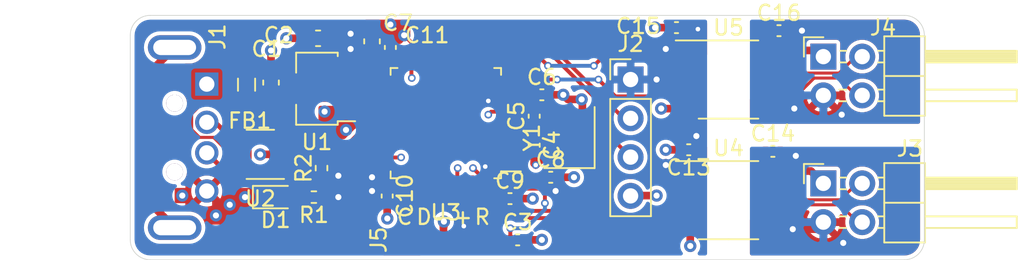
<source format=kicad_pcb>
(kicad_pcb (version 20171130) (host pcbnew "(5.1.12)-1")
  (title_block (title "STM32 USB device") (date 2024-01-02) (rev 1.0) (company "Author: Tomislav Milkovic <tomislav.milkovic95@gmail.com>"))
  (layers (0 F.Cu signal) (1 In1.Cu power hide) (2 In2.Cu power hide) (31 B.Cu signal hide) (35 F.Paste user) (37 F.SilkS user) (39 F.Mask user) (44 Edge.Cuts user))
  (net 0 "")
  (net 1 GND)
  (net 2 /5V_FLT)
  (net 3 +3V3)
  (net 4 /HSE_IN)
  (net 5 /HSE_OUT)
  (net 6 /~RESET)
  (net 7 "Net-(D1-Pad2)")
  (net 8 +5V)
  (net 9 /USB_D+)
  (net 10 /USB_D-)
  (net 11 /USART3_TX)
  (net 12 /USART3_RX)
  (net 13 "Net-(J1-Pad5)")
  (net 14 /SWCLK)
  (net 15 /SWDIO)
  (net 16 /USART1_RX)
  (net 17 /USART1_TX)
  (net 18 /USART2_RX)
  (net 19 /USART2_TX)
  (net 20 GND1)
  (net 21 /VDD1)
  (net 22 GND2)
  (net 23 /VDD2)
  (net 24 /RX1)
  (net 25 /TX1)
  (net 26 /RX2)
  (net 27 /TX2)
  (module USB_A_connector:USB_A_4pin (layer F.Cu) (at 83 83.9 270)
    (fp_text reference J1 (at -3.1 -0.7 270) (layer F.SilkS))
    (fp_text value USB_A)
    (pad "" thru_hole circle (at 1.25 2.1 270) (size 1.1 1.1) (drill 1.1) (layers *.Cu *.Mask))
    (pad "" thru_hole circle (at 5.75 2.1 270) (size 1.1 1.1) (drill 1.1) (layers *.Cu *.Mask))
    (pad 4 thru_hole circle (at 7 0 270) (size 1.524 1.524) (drill 1) (layers *.Cu *.Mask) (net 1 GND))
    (pad 3 thru_hole circle (at 4.5 0 270) (size 1.524 1.524) (drill 1) (layers *.Cu *.Mask) (net 9 /USB_D+))
    (pad 2 thru_hole circle (at 2.5 0 270) (size 1.524 1.524) (drill 1) (layers *.Cu *.Mask) (net 10 /USB_D-))
    (pad 1 thru_hole rect (at 0 0 270) (size 1.524 1.524) (drill 1) (layers *.Cu *.Mask) (net 8 +5V))
    (pad 5 thru_hole oval (at -2.4 2.1 270) (size 1.6 3.5) (drill oval 1 2.8) (layers *.Cu *.Mask) (net 13 "Net-(J1-Pad5)"))
    (pad 5 thru_hole oval (at 9.4 2.1 270) (size 1.6 3.5) (drill oval 1 2.8) (layers *.Cu *.Mask) (net 13 "Net-(J1-Pad5)"))
  )
  (module Connector_PinHeader_1.27mm:PinHeader_1x05_P1.27mm_Vertical_SMD_Pin1Left (layer F.Cu) (at 98.47 94.1 90)
    (fp_text reference J5 (at 0 -4.235 270) (layer F.SilkS))
    (fp_text value Conn_01x05 hide)
    (fp_text user R (at 1.5 2.54 180) (layer F.SilkS))
    (fp_text user + (at 1.5 1.27 180) (layer F.SilkS))
    (fp_text user - (at 1.5 0 180) (layer F.SilkS))
    (fp_text user C (at 1.5 -2.54 180) (layer F.SilkS))
    (fp_text user D (at 1.5 -1.27 180) (layer F.SilkS))
    (pad 4 smd circle (at 0 1.27 90) (size 1 1) (layers F.Cu F.Mask) (net 3 +3V3))
    (pad 2 smd circle (at 0 -1.27 90) (size 1 1) (layers F.Cu F.Mask) (net 15 /SWDIO))
    (pad 5 smd circle (at 0 2.54 90) (size 1 1) (layers F.Cu F.Mask) (net 6 /~RESET))
    (pad 3 smd circle (at 0 0 90) (size 1 1) (layers F.Cu F.Mask) (net 1 GND))
    (pad 1 smd circle (at 0 -2.54 90) (size 1 1) (layers F.Cu F.Mask) (net 14 /SWCLK))
  )
  (module Connector_PinHeader_2.54mm:PinHeader_2x02_P2.54mm_Horizontal (layer F.Cu) (at 123.3 82.1)
    (fp_text reference J4 (at 3.9 -1.9) (layer F.SilkS))
    (fp_text value Conn_02x02)
    (pad 4 thru_hole oval (at 2.54 2.54) (size 1.7 1.7) (drill 1) (layers *.Cu *.Mask) (net 27 /TX2))
    (pad 3 thru_hole oval (at 0 2.54) (size 1.7 1.7) (drill 1) (layers *.Cu *.Mask) (net 22 GND2))
    (pad 2 thru_hole oval (at 2.54 0) (size 1.7 1.7) (drill 1) (layers *.Cu *.Mask) (net 26 /RX2))
    (pad 1 thru_hole rect (at 0 0) (size 1.7 1.7) (drill 1) (layers *.Cu *.Mask) (net 23 /VDD2))
  )
  (module Connector_PinHeader_2.54mm:PinHeader_2x02_P2.54mm_Horizontal (layer F.Cu) (at 123.3 90.4)
    (fp_text reference J3 (at 5.655 -2.27) (layer F.SilkS))
    (fp_text value Conn_02x02)
    (pad 4 thru_hole oval (at 2.54 2.54) (size 1.7 1.7) (drill 1) (layers *.Cu *.Mask) (net 25 /TX1))
    (pad 3 thru_hole oval (at 0 2.54) (size 1.7 1.7) (drill 1) (layers *.Cu *.Mask) (net 20 GND1))
    (pad 2 thru_hole oval (at 2.54 0) (size 1.7 1.7) (drill 1) (layers *.Cu *.Mask) (net 24 /RX1))
    (pad 1 thru_hole rect (at 0 0) (size 1.7 1.7) (drill 1) (layers *.Cu *.Mask) (net 21 /VDD1))
  )
  (module Connector_PinHeader_2.54mm:PinHeader_1x04_P2.54mm_Vertical (layer F.Cu) (at 110.7 83.6)
    (fp_text reference J2 (at 0 -2.33) (layer F.SilkS))
    (fp_text value Conn_01x04)
    (pad 4 thru_hole oval (at 0 7.62) (size 1.7 1.7) (drill 1) (layers *.Cu *.Mask) (net 1 GND))
    (pad 3 thru_hole oval (at 0 5.08) (size 1.7 1.7) (drill 1) (layers *.Cu *.Mask) (net 11 /USART3_TX))
    (pad 2 thru_hole oval (at 0 2.54) (size 1.7 1.7) (drill 1) (layers *.Cu *.Mask) (net 12 /USART3_RX))
    (pad 1 thru_hole rect (at 0 0) (size 1.7 1.7) (drill 1) (layers *.Cu *.Mask) (net 3 +3V3))
  )
  (module Capacitor_SMD:C_0402_1005Metric (layer F.Cu) (at 120.4 80.4)
    (fp_text reference C16 (at 0 -1.16) (layer F.SilkS))
    (fp_text value 100n)
    (pad 2 smd roundrect (at 0.48 0) (size 0.56 0.62) (layers F.Cu F.Paste F.Mask) (net 22 GND2))
    (pad 1 smd roundrect (at -0.48 0) (size 0.56 0.62) (layers F.Cu F.Paste F.Mask) (net 23 /VDD2))
  )
  (module Capacitor_SMD:C_0402_1005Metric (layer F.Cu) (at 113.7 80.2 180)
    (fp_text reference C15 (at 2.5 0.1) (layer F.SilkS))
    (fp_text value 100n)
    (pad 2 smd roundrect (at 0.48 0 180) (size 0.56 0.62) (layers F.Cu F.Paste F.Mask) (net 1 GND))
    (pad 1 smd roundrect (at -0.48 0 180) (size 0.56 0.62) (layers F.Cu F.Paste F.Mask) (net 3 +3V3))
  )
  (module Capacitor_SMD:C_0402_1005Metric (layer F.Cu) (at 120 88.3)
    (fp_text reference C14 (at 0 -1.16) (layer F.SilkS))
    (fp_text value 100n)
    (pad 2 smd roundrect (at 0.48 0) (size 0.56 0.62) (layers F.Cu F.Paste F.Mask) (net 20 GND1))
    (pad 1 smd roundrect (at -0.48 0) (size 0.56 0.62) (layers F.Cu F.Paste F.Mask) (net 21 /VDD1))
  )
  (module Capacitor_SMD:C_0402_1005Metric (layer F.Cu) (at 114.5 88.2 180)
    (fp_text reference C13 (at 0 -1.16) (layer F.SilkS))
    (fp_text value 100n)
    (pad 2 smd roundrect (at 0.48 0 180) (size 0.56 0.62) (layers F.Cu F.Paste F.Mask) (net 1 GND))
    (pad 1 smd roundrect (at -0.48 0 180) (size 0.56 0.62) (layers F.Cu F.Paste F.Mask) (net 3 +3V3))
  )
  (module Package_SO:SOIC-8_3.9x4.9mm_P1.27mm (layer F.Cu) (at 117.1 83.6)
    (fp_text reference U5 (at 0 -3.4) (layer F.SilkS))
    (fp_text value ADuM1201ARZ)
    (pad 8 smd roundrect (at 2.475 -1.905) (size 1.95 0.6) (layers F.Cu F.Paste F.Mask) (net 23 /VDD2))
    (pad 7 smd roundrect (at 2.475 -0.635) (size 1.95 0.6) (layers F.Cu F.Paste F.Mask) (net 26 /RX2))
    (pad 6 smd roundrect (at 2.475 0.635) (size 1.95 0.6) (layers F.Cu F.Paste F.Mask) (net 27 /TX2))
    (pad 5 smd roundrect (at 2.475 1.905) (size 1.95 0.6) (layers F.Cu F.Paste F.Mask) (net 22 GND2))
    (pad 4 smd roundrect (at -2.475 1.905) (size 1.95 0.6) (layers F.Cu F.Paste F.Mask) (net 1 GND))
    (pad 3 smd roundrect (at -2.475 0.635) (size 1.95 0.6) (layers F.Cu F.Paste F.Mask) (net 19 /USART2_TX))
    (pad 2 smd roundrect (at -2.475 -0.635) (size 1.95 0.6) (layers F.Cu F.Paste F.Mask) (net 18 /USART2_RX))
    (pad 1 smd roundrect (at -2.475 -1.905) (size 1.95 0.6) (layers F.Cu F.Paste F.Mask) (net 3 +3V3))
  )
  (module Package_SO:SOIC-8_3.9x4.9mm_P1.27mm (layer F.Cu) (at 117.1 91.5)
    (fp_text reference U4 (at 0 -3.4) (layer F.SilkS))
    (fp_text value ADuM1201ARZ)
    (pad 8 smd roundrect (at 2.475 -1.905) (size 1.95 0.6) (layers F.Cu F.Paste F.Mask) (net 21 /VDD1))
    (pad 7 smd roundrect (at 2.475 -0.635) (size 1.95 0.6) (layers F.Cu F.Paste F.Mask) (net 24 /RX1))
    (pad 6 smd roundrect (at 2.475 0.635) (size 1.95 0.6) (layers F.Cu F.Paste F.Mask) (net 25 /TX1))
    (pad 5 smd roundrect (at 2.475 1.905) (size 1.95 0.6) (layers F.Cu F.Paste F.Mask) (net 20 GND1))
    (pad 4 smd roundrect (at -2.475 1.905) (size 1.95 0.6) (layers F.Cu F.Paste F.Mask) (net 1 GND))
    (pad 3 smd roundrect (at -2.475 0.635) (size 1.95 0.6) (layers F.Cu F.Paste F.Mask) (net 17 /USART1_TX))
    (pad 2 smd roundrect (at -2.475 -0.635) (size 1.95 0.6) (layers F.Cu F.Paste F.Mask) (net 16 /USART1_RX))
    (pad 1 smd roundrect (at -2.475 -1.905) (size 1.95 0.6) (layers F.Cu F.Paste F.Mask) (net 3 +3V3))
  )
  (module Fiducial:Fiducial_1mm_Mask2mm (layer F.Cu) (at 107.3 93.8)
    (fp_text reference FID3 hide)
    (fp_text value Fiducial)
    (pad "" smd circle (at 0 0) (size 1 1) (layers F.Cu F.Mask) (clearance 0.5))
  )
  (module Fiducial:Fiducial_1mm_Mask2mm (layer F.Cu) (at 107.6 81)
    (fp_text reference FID2 hide)
    (fp_text value Fiducial)
    (pad "" smd circle (at 0 0) (size 1 1) (layers F.Cu F.Mask) (clearance 0.5))
  )
  (module Fiducial:Fiducial_1mm_Mask2mm (layer F.Cu) (at 86.8 93.7)
    (fp_text reference FID1 hide)
    (fp_text value Fiducial)
    (pad "" smd circle (at 0 0) (size 1 1) (layers F.Cu F.Mask) (clearance 0.5))
  )
  (module Resistor_SMD:R_0402_1005Metric (layer F.Cu) (at 90.5 89.4 90)
    (fp_text reference R2 (at 0 -1.17 90) (layer F.SilkS))
    (fp_text value 1k5)
    (pad 2 smd roundrect (at 0.51 0 90) (size 0.54 0.64) (layers F.Cu F.Paste F.Mask) (net 9 /USB_D+))
    (pad 1 smd roundrect (at -0.51 0 90) (size 0.54 0.64) (layers F.Cu F.Paste F.Mask) (net 3 +3V3))
  )
  (module Resistor_SMD:R_0402_1005Metric (layer F.Cu) (at 90 91.3 180)
    (fp_text reference R1 (at 0 -1.17) (layer F.SilkS))
    (fp_text value 1k5)
    (pad 2 smd roundrect (at 0.51 0 180) (size 0.54 0.64) (layers F.Cu F.Paste F.Mask) (net 7 "Net-(D1-Pad2)"))
    (pad 1 smd roundrect (at -0.51 0 180) (size 0.54 0.64) (layers F.Cu F.Paste F.Mask) (net 3 +3V3))
  )
  (module Crystal:Crystal_SMD_3225-4Pin_3.2x2.5mm (layer F.Cu) (at 106.7 87.4 90)
    (fp_text reference Y1 (at 0 -2.45 90) (layer F.SilkS))
    (fp_text value 16M)
    (pad 4 smd rect (at -1.1 -0.85 90) (size 1.4 1.2) (layers F.Cu F.Paste F.Mask) (net 1 GND))
    (pad 3 smd rect (at 1.1 -0.85 90) (size 1.4 1.2) (layers F.Cu F.Paste F.Mask) (net 5 /HSE_OUT))
    (pad 2 smd rect (at 1.1 0.85 90) (size 1.4 1.2) (layers F.Cu F.Paste F.Mask) (net 1 GND))
    (pad 1 smd rect (at -1.1 0.85 90) (size 1.4 1.2) (layers F.Cu F.Paste F.Mask) (net 4 /HSE_IN))
  )
  (module Package_QFP:LQFP-48_7x7mm_P0.5mm (layer F.Cu) (at 98.6249 86.4553 180)
    (fp_text reference U3 (at 0 -5.85) (layer F.SilkS))
    (fp_text value STM32F103C8T6)
    (pad 48 smd roundrect (at -2.75 -4.1625 180) (size 0.3 1.475) (layers F.Cu F.Paste F.Mask) (net 3 +3V3))
    (pad 47 smd roundrect (at -2.25 -4.1625 180) (size 0.3 1.475) (layers F.Cu F.Paste F.Mask) (net 1 GND))
    (pad 46 smd roundrect (at -1.75 -4.1625 180) (size 0.3 1.475) (layers F.Cu F.Paste F.Mask))
    (pad 45 smd roundrect (at -1.25 -4.1625 180) (size 0.3 1.475) (layers F.Cu F.Paste F.Mask))
    (pad 44 smd roundrect (at -0.75 -4.1625 180) (size 0.3 1.475) (layers F.Cu F.Paste F.Mask) (net 1 GND))
    (pad 43 smd roundrect (at -0.25 -4.1625 180) (size 0.3 1.475) (layers F.Cu F.Paste F.Mask) (net 16 /USART1_RX))
    (pad 42 smd roundrect (at 0.25 -4.1625 180) (size 0.3 1.475) (layers F.Cu F.Paste F.Mask) (net 17 /USART1_TX))
    (pad 41 smd roundrect (at 0.75 -4.1625 180) (size 0.3 1.475) (layers F.Cu F.Paste F.Mask))
    (pad 40 smd roundrect (at 1.25 -4.1625 180) (size 0.3 1.475) (layers F.Cu F.Paste F.Mask))
    (pad 39 smd roundrect (at 1.75 -4.1625 180) (size 0.3 1.475) (layers F.Cu F.Paste F.Mask))
    (pad 38 smd roundrect (at 2.25 -4.1625 180) (size 0.3 1.475) (layers F.Cu F.Paste F.Mask))
    (pad 37 smd roundrect (at 2.75 -4.1625 180) (size 0.3 1.475) (layers F.Cu F.Paste F.Mask) (net 14 /SWCLK))
    (pad 36 smd roundrect (at 4.1625 -2.75 180) (size 1.475 0.3) (layers F.Cu F.Paste F.Mask) (net 3 +3V3))
    (pad 35 smd roundrect (at 4.1625 -2.25 180) (size 1.475 0.3) (layers F.Cu F.Paste F.Mask) (net 1 GND))
    (pad 34 smd roundrect (at 4.1625 -1.75 180) (size 1.475 0.3) (layers F.Cu F.Paste F.Mask) (net 15 /SWDIO))
    (pad 33 smd roundrect (at 4.1625 -1.25 180) (size 1.475 0.3) (layers F.Cu F.Paste F.Mask) (net 9 /USB_D+))
    (pad 32 smd roundrect (at 4.1625 -0.75 180) (size 1.475 0.3) (layers F.Cu F.Paste F.Mask) (net 10 /USB_D-))
    (pad 31 smd roundrect (at 4.1625 -0.25 180) (size 1.475 0.3) (layers F.Cu F.Paste F.Mask))
    (pad 30 smd roundrect (at 4.1625 0.25 180) (size 1.475 0.3) (layers F.Cu F.Paste F.Mask))
    (pad 29 smd roundrect (at 4.1625 0.75 180) (size 1.475 0.3) (layers F.Cu F.Paste F.Mask))
    (pad 28 smd roundrect (at 4.1625 1.25 180) (size 1.475 0.3) (layers F.Cu F.Paste F.Mask))
    (pad 27 smd roundrect (at 4.1625 1.75 180) (size 1.475 0.3) (layers F.Cu F.Paste F.Mask))
    (pad 26 smd roundrect (at 4.1625 2.25 180) (size 1.475 0.3) (layers F.Cu F.Paste F.Mask))
    (pad 25 smd roundrect (at 4.1625 2.75 180) (size 1.475 0.3) (layers F.Cu F.Paste F.Mask))
    (pad 24 smd roundrect (at 2.75 4.1625 180) (size 0.3 1.475) (layers F.Cu F.Paste F.Mask) (net 3 +3V3))
    (pad 23 smd roundrect (at 2.25 4.1625 180) (size 0.3 1.475) (layers F.Cu F.Paste F.Mask) (net 1 GND))
    (pad 22 smd roundrect (at 1.75 4.1625 180) (size 0.3 1.475) (layers F.Cu F.Paste F.Mask) (net 12 /USART3_RX))
    (pad 21 smd roundrect (at 1.25 4.1625 180) (size 0.3 1.475) (layers F.Cu F.Paste F.Mask) (net 11 /USART3_TX))
    (pad 20 smd roundrect (at 0.75 4.1625 180) (size 0.3 1.475) (layers F.Cu F.Paste F.Mask))
    (pad 19 smd roundrect (at 0.25 4.1625 180) (size 0.3 1.475) (layers F.Cu F.Paste F.Mask))
    (pad 18 smd roundrect (at -0.25 4.1625 180) (size 0.3 1.475) (layers F.Cu F.Paste F.Mask))
    (pad 17 smd roundrect (at -0.75 4.1625 180) (size 0.3 1.475) (layers F.Cu F.Paste F.Mask))
    (pad 16 smd roundrect (at -1.25 4.1625 180) (size 0.3 1.475) (layers F.Cu F.Paste F.Mask))
    (pad 15 smd roundrect (at -1.75 4.1625 180) (size 0.3 1.475) (layers F.Cu F.Paste F.Mask))
    (pad 14 smd roundrect (at -2.25 4.1625 180) (size 0.3 1.475) (layers F.Cu F.Paste F.Mask))
    (pad 13 smd roundrect (at -2.75 4.1625 180) (size 0.3 1.475) (layers F.Cu F.Paste F.Mask) (net 18 /USART2_RX))
    (pad 12 smd roundrect (at -4.1625 2.75 180) (size 1.475 0.3) (layers F.Cu F.Paste F.Mask) (net 19 /USART2_TX))
    (pad 11 smd roundrect (at -4.1625 2.25 180) (size 1.475 0.3) (layers F.Cu F.Paste F.Mask))
    (pad 10 smd roundrect (at -4.1625 1.75 180) (size 1.475 0.3) (layers F.Cu F.Paste F.Mask))
    (pad 9 smd roundrect (at -4.1625 1.25 180) (size 1.475 0.3) (layers F.Cu F.Paste F.Mask) (net 3 +3V3))
    (pad 8 smd roundrect (at -4.1625 0.75 180) (size 1.475 0.3) (layers F.Cu F.Paste F.Mask) (net 1 GND))
    (pad 7 smd roundrect (at -4.1625 0.25 180) (size 1.475 0.3) (layers F.Cu F.Paste F.Mask) (net 6 /~RESET))
    (pad 6 smd roundrect (at -4.1625 -0.25 180) (size 1.475 0.3) (layers F.Cu F.Paste F.Mask) (net 5 /HSE_OUT))
    (pad 5 smd roundrect (at -4.1625 -0.75 180) (size 1.475 0.3) (layers F.Cu F.Paste F.Mask) (net 4 /HSE_IN))
    (pad 4 smd roundrect (at -4.1625 -1.25 180) (size 1.475 0.3) (layers F.Cu F.Paste F.Mask))
    (pad 3 smd roundrect (at -4.1625 -1.75 180) (size 1.475 0.3) (layers F.Cu F.Paste F.Mask))
    (pad 2 smd roundrect (at -4.1625 -2.25 180) (size 1.475 0.3) (layers F.Cu F.Paste F.Mask))
    (pad 1 smd roundrect (at -4.1625 -2.75 180) (size 1.475 0.3) (layers F.Cu F.Paste F.Mask) (net 3 +3V3))
  )
  (module Package_TO_SOT_SMD:SOT-23-6 (layer F.Cu) (at 86.5 88.5 180)
    (fp_text reference U2 (at 0 -2.9) (layer F.SilkS))
    (fp_text value SRV05-4)
    (pad 5 smd rect (at 1.1 0 180) (size 1.06 0.65) (layers F.Cu F.Paste F.Mask) (net 8 +5V))
    (pad 6 smd rect (at 1.1 -0.95 180) (size 1.06 0.65) (layers F.Cu F.Paste F.Mask) (net 9 /USB_D+))
    (pad 4 smd rect (at 1.1 0.95 180) (size 1.06 0.65) (layers F.Cu F.Paste F.Mask) (net 10 /USB_D-))
    (pad 3 smd rect (at -1.1 0.95 180) (size 1.06 0.65) (layers F.Cu F.Paste F.Mask) (net 10 /USB_D-))
    (pad 2 smd rect (at -1.1 0 180) (size 1.06 0.65) (layers F.Cu F.Paste F.Mask) (net 1 GND))
    (pad 1 smd rect (at -1.1 -0.95 180) (size 1.06 0.65) (layers F.Cu F.Paste F.Mask) (net 9 /USB_D+))
  )
  (module Package_TO_SOT_SMD:SOT-89-3 (layer F.Cu) (at 90.5 84.2 180)
    (fp_text reference U1 (at 0.3 -3.5) (layer F.SilkS))
    (fp_text value HT7533-1)
    (pad 2 smd custom (at -1.5625 0 180) (size 1.475 0.9) (layers F.Cu F.Paste F.Mask) (net 2 /5V_FLT) (options (clearance outline) (anchor rect)) (primitives (gr_poly (pts (xy 0.7375 -0.8665) (xy 3.8625 -0.8665) (xy 3.8625 0.8665) (xy 0.7375 0.8665)) (width 0))))
    (pad 3 smd rect (at -1.65 1.5 180) (size 1.3 0.9) (layers F.Cu F.Paste F.Mask) (net 3 +3V3))
    (pad 1 smd rect (at -1.65 -1.5 180) (size 1.3 0.9) (layers F.Cu F.Paste F.Mask) (net 1 GND))
  )
  (module Inductor_SMD:L_0805_2012Metric (layer F.Cu) (at 85.6 83.9375 90)
    (fp_text reference FB1 (at -2.3625 0.2 180) (layer F.SilkS))
    (fp_text value "100R@100 MHz")
    (pad 2 smd roundrect (at 1.0625 0 90) (size 0.875 1.2) (layers F.Cu F.Paste F.Mask) (net 8 +5V))
    (pad 1 smd roundrect (at -1.0625 0 90) (size 0.875 1.2) (layers F.Cu F.Paste F.Mask) (net 2 /5V_FLT))
  )
  (module LED_SMD:LED_0603_1608Metric (layer F.Cu) (at 87.5 91.3)
    (fp_text reference D1 (at 0 1.5) (layer F.SilkS))
    (fp_text value PWR_LED)
    (pad 2 smd roundrect (at 0.7875 0) (size 0.875 0.95) (layers F.Cu F.Paste F.Mask) (net 7 "Net-(D1-Pad2)"))
    (pad 1 smd roundrect (at -0.7875 0) (size 0.875 0.95) (layers F.Cu F.Paste F.Mask) (net 1 GND))
  )
  (module Capacitor_SMD:C_0402_1005Metric (layer F.Cu) (at 103.32 94.1)
    (fp_text reference C3 (at 0 -1.16) (layer F.SilkS))
    (fp_text value 100n)
    (pad 1 smd roundrect (at -0.48 0) (size 0.56 0.62) (layers F.Cu F.Paste F.Mask) (net 6 /~RESET))
    (pad 2 smd roundrect (at 0.48 0) (size 0.56 0.62) (layers F.Cu F.Paste F.Mask) (net 1 GND))
  )
  (module Capacitor_SMD:C_0603_1608Metric (layer F.Cu) (at 93.8 81.1 90)
    (fp_text reference C11 (at 0.4 3.6) (layer F.SilkS))
    (fp_text value 10u)
    (pad 2 smd roundrect (at 0.775 0 90) (size 0.9 0.95) (layers F.Cu F.Paste F.Mask) (net 1 GND))
    (pad 1 smd roundrect (at -0.775 0 90) (size 0.9 0.95) (layers F.Cu F.Paste F.Mask) (net 3 +3V3))
  )
  (module Capacitor_SMD:C_0402_1005Metric (layer F.Cu) (at 94.791 91.2289 270)
    (fp_text reference C10 (at 0 -1.16 90) (layer F.SilkS))
    (fp_text value 100n)
    (pad 2 smd roundrect (at 0.48 0 270) (size 0.56 0.62) (layers F.Cu F.Paste F.Mask) (net 1 GND))
    (pad 1 smd roundrect (at -0.48 0 270) (size 0.56 0.62) (layers F.Cu F.Paste F.Mask) (net 3 +3V3))
  )
  (module Capacitor_SMD:C_0402_1005Metric (layer F.Cu) (at 102.82 91.4)
    (fp_text reference C9 (at 0 -1.16) (layer F.SilkS))
    (fp_text value 100n)
    (pad 2 smd roundrect (at 0.48 0) (size 0.56 0.62) (layers F.Cu F.Paste F.Mask) (net 1 GND))
    (pad 1 smd roundrect (at -0.48 0) (size 0.56 0.62) (layers F.Cu F.Paste F.Mask) (net 3 +3V3))
  )
  (module Capacitor_SMD:C_0402_1005Metric (layer F.Cu) (at 105.48 90)
    (fp_text reference C8 (at 0 -1.16) (layer F.SilkS))
    (fp_text value 100n)
    (pad 2 smd roundrect (at 0.48 0) (size 0.56 0.62) (layers F.Cu F.Paste F.Mask) (net 1 GND))
    (pad 1 smd roundrect (at -0.48 0) (size 0.56 0.62) (layers F.Cu F.Paste F.Mask) (net 3 +3V3))
  )
  (module Capacitor_SMD:C_0402_1005Metric (layer F.Cu) (at 95 81.5 90)
    (fp_text reference C7 (at 1.6 0.5 180) (layer F.SilkS))
    (fp_text value 100n)
    (pad 2 smd roundrect (at 0.48 0 90) (size 0.56 0.62) (layers F.Cu F.Paste F.Mask) (net 1 GND))
    (pad 1 smd roundrect (at -0.48 0 90) (size 0.56 0.62) (layers F.Cu F.Paste F.Mask) (net 3 +3V3))
  )
  (module Capacitor_SMD:C_0402_1005Metric (layer F.Cu) (at 104.9 84.6)
    (fp_text reference C6 (at 0 -1.16) (layer F.SilkS))
    (fp_text value 100n)
    (pad 2 smd roundrect (at 0.48 0) (size 0.56 0.62) (layers F.Cu F.Paste F.Mask) (net 1 GND))
    (pad 1 smd roundrect (at -0.48 0) (size 0.56 0.62) (layers F.Cu F.Paste F.Mask) (net 3 +3V3))
  )
  (module Capacitor_SMD:C_0402_1005Metric (layer F.Cu) (at 104.4 86 90)
    (fp_text reference C5 (at 0 -1.16 90) (layer F.SilkS))
    (fp_text value 10p)
    (pad 1 smd roundrect (at -0.48 0 90) (size 0.56 0.62) (layers F.Cu F.Paste F.Mask) (net 5 /HSE_OUT))
    (pad 2 smd roundrect (at 0.48 0 90) (size 0.56 0.62) (layers F.Cu F.Paste F.Mask) (net 1 GND))
  )
  (module Capacitor_SMD:C_0402_1005Metric (layer F.Cu) (at 104.4 87.9 270)
    (fp_text reference C4 (at 0 -1.16 90) (layer F.SilkS))
    (fp_text value 10p)
    (pad 1 smd roundrect (at -0.48 0 270) (size 0.56 0.62) (layers F.Cu F.Paste F.Mask) (net 4 /HSE_IN))
    (pad 2 smd roundrect (at 0.48 0 270) (size 0.56 0.62) (layers F.Cu F.Paste F.Mask) (net 1 GND))
  )
  (module Capacitor_SMD:C_0603_1608Metric (layer F.Cu) (at 90.275 80.9 180)
    (fp_text reference C2 (at 2.575 0.2) (layer F.SilkS))
    (fp_text value 10u)
    (pad 2 smd roundrect (at 0.775 0 180) (size 0.9 0.95) (layers F.Cu F.Paste F.Mask) (net 1 GND))
    (pad 1 smd roundrect (at -0.775 0 180) (size 0.9 0.95) (layers F.Cu F.Paste F.Mask) (net 3 +3V3))
  )
  (module Capacitor_SMD:C_0603_1608Metric (layer F.Cu) (at 87.2 83.8 90)
    (fp_text reference C1 (at 2.2 -0.3 180) (layer F.SilkS))
    (fp_text value 10u)
    (pad 2 smd roundrect (at 0.775 0 90) (size 0.9 0.95) (layers F.Cu F.Paste F.Mask) (net 1 GND))
    (pad 1 smd roundrect (at -0.775 0 90) (size 0.9 0.95) (layers F.Cu F.Paste F.Mask) (net 2 /5V_FLT))
  )
  (gr_arc (start 128.6 94.1) (end 128.6 95.4) (angle -90) (layer Edge.Cuts) (width 0.05))
  (gr_arc (start 128.6 80.7) (end 129.9 80.7) (angle -90) (layer Edge.Cuts) (width 0.05))
  (gr_arc (start 79.3 94.1) (end 78 94.1) (angle -90) (layer Edge.Cuts) (width 0.05))
  (gr_arc (start 79.3 80.7) (end 79.3 79.4) (angle -90) (layer Edge.Cuts) (width 0.05))
  (gr_line (start 128.6 95.4) (end 79.3 95.4) (layer Edge.Cuts) (width 0.05))
  (gr_line (start 129.9 80.7) (end 129.9 94.1) (layer Edge.Cuts) (width 0.05))
  (gr_line (start 79.3 79.4) (end 128.6 79.4) (layer Edge.Cuts) (width 0.05))
  (gr_line (start 78 94.1) (end 78 80.7) (layer Edge.Cuts) (width 0.05))
  (via (at 95 80) (size 0.8) (drill 0.4) (layers F.Cu B.Cu) (net 1))
  (via (at 95.9 80.7) (size 0.8) (drill 0.4) (layers F.Cu B.Cu) (net 1))
  (via (at 88.2 80.9) (size 0.8) (drill 0.4) (layers F.Cu B.Cu) (net 1))
  (via (at 87.2 81.7) (size 0.8) (drill 0.4) (layers F.Cu B.Cu) (net 1))
  (via (at 94.8 92.7) (size 0.8) (drill 0.4) (layers F.Cu B.Cu) (net 1))
  (via (at 85.5 91.3) (size 0.8) (drill 0.4) (layers F.Cu B.Cu) (net 1))
  (via (at 86.49 88.51) (size 0.8) (drill 0.4) (layers F.Cu B.Cu) (net 1))
  (via (at 98.5 92.9) (size 0.8) (drill 0.4) (layers F.Cu B.Cu) (net 1))
  (via (at 104.9 94.1) (size 0.8) (drill 0.4) (layers F.Cu B.Cu) (net 1))
  (via (at 104.3 91.4) (size 0.8) (drill 0.4) (layers F.Cu B.Cu) (net 1))
  (via (at 107 90) (size 0.8) (drill 0.4) (layers F.Cu B.Cu) (net 1))
  (via (at 104.5 89.2) (size 0.5) (drill 0.3) (layers F.Cu B.Cu) (net 1))
  (via (at 96.4 83.5) (size 0.5) (drill 0.3) (layers F.Cu B.Cu) (net 1))
  (via (at 95.7 88.7) (size 0.5) (drill 0.3) (layers F.Cu B.Cu) (net 1))
  (via (at 99.4 89.4) (size 0.5) (drill 0.3) (layers F.Cu B.Cu) (net 1))
  (via (at 114.6 94.5) (size 0.8) (drill 0.4) (layers F.Cu B.Cu) (net 1))
  (via (at 112.7 85.5) (size 0.8) (drill 0.4) (layers F.Cu B.Cu) (net 1))
  (via (at 112.4 91.2) (size 0.8) (drill 0.4) (layers F.Cu B.Cu) (net 1))
  (via (at 83.6 92.5) (size 0.8) (drill 0.4) (layers F.Cu B.Cu) (net 1))
  (via (at 84.5 91.8) (size 0.8) (drill 0.4) (layers F.Cu B.Cu) (net 1))
  (via (at 113 88.2) (size 0.8) (drill 0.4) (layers F.Cu B.Cu) (net 1))
  (via (at 112.3 80.2) (size 0.8) (drill 0.4) (layers F.Cu B.Cu) (net 1))
  (segment (start 113.22 80.2) (end 112.3 80.2) (width 0.5) (layer F.Cu) (net 1))
  (segment (start 94.791 92.691) (end 94.8 92.7) (width 0.5) (layer F.Cu) (net 1))
  (segment (start 94.791 91.7089) (end 94.791 92.691) (width 0.5) (layer F.Cu) (net 1))
  (segment (start 103.3 91.4) (end 104.3 91.4) (width 0.5) (layer F.Cu) (net 1))
  (segment (start 103.8 94.1) (end 104.9 94.1) (width 0.5) (layer F.Cu) (net 1))
  (segment (start 114.6 93.43) (end 114.625 93.405) (width 0.5) (layer F.Cu) (net 1))
  (segment (start 114.6 94.5) (end 114.6 93.43) (width 0.5) (layer F.Cu) (net 1))
  (segment (start 114.02 88.2) (end 113 88.2) (width 0.5) (layer F.Cu) (net 1))
  (segment (start 105.96 90) (end 107 90) (width 0.5) (layer F.Cu) (net 1))
  (segment (start 104.4 89.1) (end 104.5 89.2) (width 0.5) (layer F.Cu) (net 1))
  (segment (start 104.4 88.38) (end 104.4 89.1) (width 0.5) (layer F.Cu) (net 1))
  (segment (start 105.38 84.85) (end 105.38 84.6) (width 0.5) (layer F.Cu) (net 1))
  (segment (start 104.71 85.52) (end 105.38 84.85) (width 0.5) (layer F.Cu) (net 1))
  (segment (start 104.4 85.52) (end 104.71 85.52) (width 0.5) (layer F.Cu) (net 1))
  (via (at 106.3 84.6) (size 0.8) (drill 0.4) (layers F.Cu B.Cu) (net 1))
  (segment (start 105.38 84.6) (end 106.3 84.6) (width 0.5) (layer F.Cu) (net 1))
  (segment (start 104.2147 85.7053) (end 104.4 85.52) (width 0.254) (layer F.Cu) (net 1))
  (segment (start 102.7874 85.7053) (end 104.2147 85.7053) (width 0.254) (layer F.Cu) (net 1))
  (via (at 107.5 84.9) (size 0.8) (drill 0.4) (layers F.Cu B.Cu) (net 1))
  (segment (start 105.2 88.5) (end 104.5 89.2) (width 0.5) (layer F.Cu) (net 1))
  (segment (start 105.85 88.5) (end 105.2 88.5) (width 0.5) (layer F.Cu) (net 1))
  (segment (start 107.55 84.95) (end 107.6 84.9) (width 0.5) (layer F.Cu) (net 1))
  (segment (start 107.55 86.3) (end 107.55 84.95) (width 0.5) (layer F.Cu) (net 1))
  (segment (start 104.52 88.5) (end 104.4 88.38) (width 0.5) (layer F.Cu) (net 1))
  (segment (start 105.85 88.5) (end 104.52 88.5) (width 0.5) (layer F.Cu) (net 1))
  (segment (start 106.6 84.9) (end 106.3 84.6) (width 0.5) (layer F.Cu) (net 1))
  (segment (start 107.5 84.9) (end 106.6 84.9) (width 0.5) (layer F.Cu) (net 1))
  (segment (start 96.3749 81.1749) (end 95.9 80.7) (width 0.254) (layer F.Cu) (net 1))
  (segment (start 96.3749 82.2928) (end 96.3749 81.1749) (width 0.254) (layer F.Cu) (net 1))
  (segment (start 89.5 80.9) (end 88.2 80.9) (width 0.5) (layer F.Cu) (net 1))
  (segment (start 87.2 83.025) (end 87.2 81.7) (width 0.5) (layer F.Cu) (net 1))
  (segment (start 86.7125 91.3) (end 85.5 91.3) (width 0.5) (layer F.Cu) (net 1))
  (segment (start 83.9 91.8) (end 83 90.9) (width 0.5) (layer F.Cu) (net 1))
  (segment (start 84.5 91.8) (end 83.9 91.8) (width 0.5) (layer F.Cu) (net 1))
  (segment (start 83.6 91.5) (end 83 90.9) (width 0.5) (layer F.Cu) (net 1))
  (segment (start 83.6 92.5) (end 83.6 91.5) (width 0.5) (layer F.Cu) (net 1))
  (segment (start 98.47 93.23) (end 98.5 93.2) (width 0.5) (layer F.Cu) (net 1))
  (segment (start 98.47 94.1) (end 98.47 92.93) (width 0.5) (layer F.Cu) (net 1))
  (segment (start 110.72 91.2) (end 110.7 91.22) (width 0.5) (layer F.Cu) (net 1))
  (segment (start 112.4 91.2) (end 110.72 91.2) (width 0.5) (layer F.Cu) (net 1))
  (segment (start 99.3749 89.4251) (end 99.4 89.4) (width 0.254) (layer F.Cu) (net 1))
  (segment (start 99.3749 90.6178) (end 99.3749 89.4251) (width 0.254) (layer F.Cu) (net 1))
  (segment (start 95.6947 88.7053) (end 95.7 88.7) (width 0.254) (layer F.Cu) (net 1))
  (segment (start 94.4624 88.7053) (end 95.6947 88.7053) (width 0.254) (layer F.Cu) (net 1))
  (segment (start 96.3749 83.4749) (end 96.4 83.5) (width 0.254) (layer F.Cu) (net 1))
  (segment (start 96.3749 82.2928) (end 96.3749 83.4749) (width 0.254) (layer F.Cu) (net 1))
  (segment (start 101.5947 85.7053) (end 101.4 85.9) (width 0.254) (layer F.Cu) (net 1))
  (segment (start 102.7874 85.7053) (end 101.5947 85.7053) (width 0.254) (layer F.Cu) (net 1))
  (via (at 101.4 85.9) (size 0.5) (drill 0.3) (layers F.Cu B.Cu) (net 1))
  (via (at 100.4 89.4) (size 0.5) (drill 0.3) (layers F.Cu B.Cu) (net 1))
  (segment (start 100.8749 90.6178) (end 100.8749 89.8749) (width 0.254) (layer F.Cu) (net 1))
  (segment (start 100.8749 89.8749) (end 100.4 89.4) (width 0.254) (layer F.Cu) (net 1))
  (via (at 90.7 85.7) (size 0.8) (drill 0.4) (layers F.Cu B.Cu) (net 1))
  (via (at 92.1 86.9) (size 0.8) (drill 0.4) (layers F.Cu B.Cu) (net 1))
  (via (at 81.4 91.2) (size 0.8) (drill 0.4) (layers F.Cu B.Cu) (net 1))
  (segment (start 86.5 88.5) (end 86.49 88.51) (width 0.5) (layer F.Cu) (net 1))
  (segment (start 87.6 88.5) (end 86.5 88.5) (width 0.5) (layer F.Cu) (net 1))
  (segment (start 95.58 81.02) (end 95.9 80.7) (width 0.5) (layer F.Cu) (net 1))
  (segment (start 95 81.02) (end 95.58 81.02) (width 0.5) (layer F.Cu) (net 1))
  (segment (start 95.7 80.7) (end 95 80) (width 0.5) (layer F.Cu) (net 1))
  (segment (start 95.9 80.7) (end 95.7 80.7) (width 0.5) (layer F.Cu) (net 1))
  (segment (start 112.705 85.505) (end 112.7 85.5) (width 0.5) (layer F.Cu) (net 1))
  (segment (start 114.625 85.505) (end 112.705 85.505) (width 0.5) (layer F.Cu) (net 1))
  (via (at 93.8 90) (size 0.8) (drill 0.4) (layers F.Cu B.Cu) (net 3))
  (via (at 93.8 90.9) (size 0.8) (drill 0.4) (layers F.Cu B.Cu) (net 3))
  (segment (start 114.98 89.24) (end 114.625 89.595) (width 0.5) (layer F.Cu) (net 3))
  (segment (start 114.98 88.2) (end 114.98 89.24) (width 0.5) (layer F.Cu) (net 3))
  (via (at 113 81.6) (size 0.8) (drill 0.4) (layers F.Cu B.Cu) (net 3))
  (via (at 115 87.3) (size 0.8) (drill 0.4) (layers F.Cu B.Cu) (net 3))
  (via (at 113 89.2) (size 0.8) (drill 0.4) (layers F.Cu B.Cu) (net 3))
  (segment (start 114.63 89.6) (end 114.625 89.595) (width 0.5) (layer F.Cu) (net 3))
  (segment (start 114.63 81.7) (end 114.625 81.695) (width 0.5) (layer F.Cu) (net 3))
  (via (at 112.4 83.6) (size 0.8) (drill 0.4) (layers F.Cu B.Cu) (net 3))
  (segment (start 103.8147 85.2053) (end 104.42 84.6) (width 0.254) (layer F.Cu) (net 3))
  (segment (start 102.7874 85.2053) (end 103.8147 85.2053) (width 0.254) (layer F.Cu) (net 3))
  (via (at 101.4 85) (size 0.5) (drill 0.3) (layers F.Cu B.Cu) (net 3))
  (segment (start 102.7874 85.2053) (end 101.6053 85.2053) (width 0.254) (layer F.Cu) (net 3))
  (segment (start 101.6053 85.2053) (end 101.4 85) (width 0.254) (layer F.Cu) (net 3))
  (segment (start 102.7874 89.2053) (end 103.5821 90) (width 0.3155) (layer F.Cu) (net 3))
  (segment (start 103.5821 90) (end 105 90) (width 0.5) (layer F.Cu) (net 3))
  (segment (start 101.40191 91.10191) (end 101.40191 90.6178) (width 0.5) (layer F.Cu) (net 3))
  (segment (start 101.7 91.4) (end 101.40191 91.10191) (width 0.5) (layer F.Cu) (net 3))
  (segment (start 102.34 91.4) (end 101.7 91.4) (width 0.5) (layer F.Cu) (net 3))
  (via (at 101.2 89.3) (size 0.5) (drill 0.3) (layers F.Cu B.Cu) (net 3))
  (segment (start 101.3749 89.4749) (end 101.3749 90.6178) (width 0.254) (layer F.Cu) (net 3))
  (segment (start 101.2 89.3) (end 101.3749 89.4749) (width 0.254) (layer F.Cu) (net 3))
  (segment (start 90.51 89.92) (end 90.5 89.91) (width 0.254) (layer F.Cu) (net 3))
  (segment (start 90.51 91.3) (end 90.51 89.92) (width 0.254) (layer F.Cu) (net 3))
  (via (at 91.6 89.9) (size 0.8) (drill 0.4) (layers F.Cu B.Cu) (net 3))
  (via (at 91.6 91.3) (size 0.8) (drill 0.4) (layers F.Cu B.Cu) (net 3))
  (segment (start 90.51 89.9) (end 90.5 89.91) (width 0.254) (layer F.Cu) (net 3))
  (segment (start 91.6 89.9) (end 90.51 89.9) (width 0.254) (layer F.Cu) (net 3))
  (segment (start 91.6 91.3) (end 90.51 91.3) (width 0.254) (layer F.Cu) (net 3))
  (via (at 99.8 93.2) (size 0.5) (drill 0.3) (layers F.Cu B.Cu) (net 3))
  (segment (start 99.8 94.04) (end 99.74 94.1) (width 0.5) (layer F.Cu) (net 3))
  (segment (start 99.8 93.2) (end 99.8 94.04) (width 0.5) (layer F.Cu) (net 3))
  (via (at 105.8 90.9) (size 0.8) (drill 0.4) (layers F.Cu B.Cu) (net 3))
  (segment (start 105 90.1) (end 105.8 90.9) (width 0.5) (layer F.Cu) (net 3))
  (segment (start 105 90) (end 105 90.1) (width 0.5) (layer F.Cu) (net 3))
  (via (at 92.4 81.6) (size 0.8) (drill 0.4) (layers F.Cu B.Cu) (net 3))
  (via (at 92.4 80.6) (size 0.8) (drill 0.4) (layers F.Cu B.Cu) (net 3))
  (segment (start 92.4 80.6) (end 92.525 80.6) (width 0.5) (layer F.Cu) (net 3))
  (segment (start 93.525 81.6) (end 93.8 81.875) (width 0.5) (layer F.Cu) (net 3))
  (segment (start 92.4 81.6) (end 93.525 81.6) (width 0.5) (layer F.Cu) (net 3))
  (segment (start 93.8 90.9) (end 93.8 90) (width 0.5) (layer F.Cu) (net 3))
  (segment (start 94.6399 90.9) (end 94.791 90.7489) (width 0.5) (layer F.Cu) (net 3))
  (segment (start 93.8 90.9) (end 94.6399 90.9) (width 0.5) (layer F.Cu) (net 3))
  (segment (start 94.16769 89.23231) (end 94.4624 89.23231) (width 0.5) (layer F.Cu) (net 3))
  (segment (start 93.8 89.6) (end 94.16769 89.23231) (width 0.5) (layer F.Cu) (net 3))
  (segment (start 93.8 90) (end 93.8 89.6) (width 0.5) (layer F.Cu) (net 3))
  (segment (start 112.4 83.6) (end 110.7 83.6) (width 0.5) (layer B.Cu) (net 3))
  (segment (start 115 88.18) (end 114.98 88.2) (width 0.5) (layer F.Cu) (net 3))
  (segment (start 115 87.3) (end 115 88.18) (width 0.5) (layer F.Cu) (net 3))
  (segment (start 113.395 89.595) (end 114.625 89.595) (width 0.5) (layer F.Cu) (net 3))
  (segment (start 113 89.2) (end 113.395 89.595) (width 0.5) (layer F.Cu) (net 3))
  (via (at 115.1 80.3) (size 0.5) (drill 0.3) (layers F.Cu B.Cu) (net 3))
  (segment (start 104.1853 87.2053) (end 102.7874 87.2053) (width 0.254) (layer F.Cu) (net 4))
  (segment (start 104.4 87.42) (end 104.1853 87.2053) (width 0.254) (layer F.Cu) (net 4))
  (segment (start 107.55 88.5) (end 107.55 88.4) (width 0.254) (layer F.Cu) (net 4))
  (segment (start 107.55 88.4) (end 106.57 87.42) (width 0.254) (layer F.Cu) (net 4))
  (segment (start 106.57 87.42) (end 104.4 87.42) (width 0.254) (layer F.Cu) (net 4))
  (segment (start 104.1747 86.7053) (end 102.7874 86.7053) (width 0.254) (layer F.Cu) (net 5))
  (segment (start 104.4 86.48) (end 104.1747 86.7053) (width 0.254) (layer F.Cu) (net 5))
  (segment (start 104.58 86.3) (end 104.4 86.48) (width 0.254) (layer F.Cu) (net 5))
  (segment (start 105.85 86.3) (end 104.58 86.3) (width 0.254) (layer F.Cu) (net 5))
  (segment (start 102.84 94.1) (end 101.01 94.1) (width 0.5) (layer F.Cu) (net 6))
  (segment (start 102.84 94.1) (end 102.84 93.339996) (width 0.254) (layer F.Cu) (net 6))
  (via (at 102.84 93.339996) (size 0.5) (drill 0.3) (layers F.Cu B.Cu) (net 6))
  (via (at 105.100004 91.700004) (size 0.5) (drill 0.3) (layers F.Cu B.Cu) (net 6))
  (segment (start 102.0499 86.2053) (end 101.77891 86.47629) (width 0.254) (layer F.Cu) (net 6))
  (segment (start 103.045999 90.745999) (end 104.745999 90.745999) (width 0.254) (layer F.Cu) (net 6))
  (segment (start 102.7874 86.2053) (end 102.0499 86.2053) (width 0.254) (layer F.Cu) (net 6))
  (segment (start 101.77891 86.47629) (end 101.77891 89.47891) (width 0.254) (layer F.Cu) (net 6))
  (segment (start 101.77891 89.47891) (end 103.045999 90.745999) (width 0.254) (layer F.Cu) (net 6))
  (segment (start 105.100004 91.100004) (end 105.100004 91.700004) (width 0.254) (layer F.Cu) (net 6))
  (segment (start 104.745999 90.745999) (end 105.100004 91.100004) (width 0.254) (layer F.Cu) (net 6))
  (segment (start 105.100004 92.099996) (end 105.100004 91.700004) (width 0.254) (layer B.Cu) (net 6))
  (segment (start 103.860004 93.339996) (end 105.100004 92.099996) (width 0.254) (layer B.Cu) (net 6))
  (segment (start 102.84 93.339996) (end 103.860004 93.339996) (width 0.254) (layer B.Cu) (net 6))
  (segment (start 88.2875 91.3) (end 89.49 91.3) (width 0.254) (layer F.Cu) (net 7))
  (segment (start 82.525279 87.389001) (end 83.444869 87.389001) (width 0.2) (layer F.Cu) (net 8))
  (segment (start 82.010999 86.874721) (end 82.525279 87.389001) (width 0.2) (layer F.Cu) (net 8))
  (segment (start 82.010999 85.851001) (end 82.010999 86.874721) (width 0.2) (layer F.Cu) (net 8))
  (segment (start 83 84.862) (end 82.010999 85.851001) (width 0.2) (layer F.Cu) (net 8))
  (segment (start 83 83.9) (end 83 84.862) (width 0.2) (layer F.Cu) (net 8))
  (segment (start 84.555868 88.5) (end 85.4 88.5) (width 0.2) (layer F.Cu) (net 8))
  (segment (start 83.444869 87.389001) (end 84.555868 88.5) (width 0.2) (layer F.Cu) (net 8))
  (segment (start 85.4 89.45) (end 85.605 89.45) (width 0.3155) (layer F.Cu) (net 9))
  (segment (start 87.395 89.45) (end 87.6 89.45) (width 0.3155) (layer F.Cu) (net 9))
  (segment (start 84.05 89.45) (end 85.4 89.45) (width 0.3155) (layer F.Cu) (net 9))
  (segment (start 83 88.4) (end 84.05 89.45) (width 0.3155) (layer F.Cu) (net 9))
  (segment (start 87.6 89.45) (end 85.4 89.45) (width 0.3155) (layer F.Cu) (net 9))
  (segment (start 89.060251 88.78475) (end 88.395001 89.45) (width 0.3155) (layer F.Cu) (net 9))
  (segment (start 92.117948 88.78475) (end 89.060251 88.78475) (width 0.3155) (layer F.Cu) (net 9))
  (segment (start 94.42765 87.74005) (end 93.162648 87.74005) (width 0.3155) (layer F.Cu) (net 9))
  (segment (start 94.4624 87.7053) (end 94.42765 87.74005) (width 0.3155) (layer F.Cu) (net 9))
  (segment (start 88.395001 89.45) (end 87.6 89.45) (width 0.3155) (layer F.Cu) (net 9))
  (segment (start 93.162648 87.74005) (end 92.117948 88.78475) (width 0.3155) (layer F.Cu) (net 9))
  (segment (start 87.395 87.55) (end 87.6 87.55) (width 0.3155) (layer F.Cu) (net 10))
  (segment (start 85.4 87.55) (end 85.605 87.55) (width 0.3155) (layer F.Cu) (net 10))
  (segment (start 85.35 87.5) (end 85.4 87.55) (width 0.3155) (layer F.Cu) (net 10))
  (segment (start 84.65 87.5) (end 85.35 87.5) (width 0.3155) (layer F.Cu) (net 10))
  (segment (start 83.55 86.4) (end 84.65 87.5) (width 0.3155) (layer F.Cu) (net 10))
  (segment (start 83 86.4) (end 83.55 86.4) (width 0.3155) (layer F.Cu) (net 10))
  (segment (start 87.6 87.55) (end 85.4 87.55) (width 0.3155) (layer F.Cu) (net 10))
  (segment (start 89.060251 88.21525) (end 88.395001 87.55) (width 0.3155) (layer F.Cu) (net 10))
  (segment (start 88.395001 87.55) (end 87.6 87.55) (width 0.3155) (layer F.Cu) (net 10))
  (segment (start 91.882052 88.21525) (end 89.060251 88.21525) (width 0.3155) (layer F.Cu) (net 10))
  (segment (start 92.926752 87.17055) (end 91.882052 88.21525) (width 0.3155) (layer F.Cu) (net 10))
  (segment (start 94.42765 87.17055) (end 92.926752 87.17055) (width 0.3155) (layer F.Cu) (net 10))
  (segment (start 94.4624 87.2053) (end 94.42765 87.17055) (width 0.3155) (layer F.Cu) (net 10))
  (segment (start 109.4 87.38) (end 110.7 88.68) (width 0.254) (layer F.Cu) (net 11))
  (segment (start 109.4 85.832078) (end 109.4 87.38) (width 0.254) (layer F.Cu) (net 11))
  (segment (start 104.567922 81) (end 109.4 85.832078) (width 0.254) (layer F.Cu) (net 11))
  (segment (start 97.7 81) (end 104.567922 81) (width 0.254) (layer F.Cu) (net 11))
  (segment (start 97.3749 81.3251) (end 97.7 81) (width 0.254) (layer F.Cu) (net 11))
  (segment (start 97.3749 82.2928) (end 97.3749 81.3251) (width 0.254) (layer F.Cu) (net 11))
  (segment (start 110.24675 86.14) (end 110.7 86.14) (width 0.254) (layer F.Cu) (net 12))
  (segment (start 97.561171 80.6) (end 104.70675 80.6) (width 0.254) (layer F.Cu) (net 12))
  (segment (start 104.70675 80.6) (end 110.24675 86.14) (width 0.254) (layer F.Cu) (net 12))
  (segment (start 96.8749 81.286271) (end 97.561171 80.6) (width 0.254) (layer F.Cu) (net 12))
  (segment (start 96.8749 82.2928) (end 96.8749 81.286271) (width 0.254) (layer F.Cu) (net 12))
  (segment (start 78.8 91.2) (end 80.9 93.3) (width 0.5) (layer F.Cu) (net 13))
  (segment (start 78.8 83.6) (end 78.8 91.2) (width 0.5) (layer F.Cu) (net 13))
  (segment (start 80.9 81.5) (end 78.8 83.6) (width 0.5) (layer F.Cu) (net 13))
  (segment (start 95.93 90.6729) (end 95.8749 90.6178) (width 0.254) (layer F.Cu) (net 14))
  (segment (start 95.93 94.1) (end 95.93 90.6729) (width 0.254) (layer F.Cu) (net 14))
  (segment (start 97.2 94.7) (end 97.2 94.1) (width 0.254) (layer F.Cu) (net 15))
  (segment (start 96.9 95) (end 97.2 94.7) (width 0.254) (layer F.Cu) (net 15))
  (segment (start 93 93.4) (end 94.6 95) (width 0.254) (layer F.Cu) (net 15))
  (segment (start 93 88.8) (end 93 93.4) (width 0.254) (layer F.Cu) (net 15))
  (segment (start 94.6 95) (end 96.9 95) (width 0.254) (layer F.Cu) (net 15))
  (segment (start 93.5947 88.2053) (end 93 88.8) (width 0.254) (layer F.Cu) (net 15))
  (segment (start 94.4624 88.2053) (end 93.5947 88.2053) (width 0.254) (layer F.Cu) (net 15))
  (segment (start 112.785 90) (end 113.65 90.865) (width 0.254) (layer F.Cu) (net 16))
  (segment (start 99.723605 92.204005) (end 107.795995 92.204005) (width 0.254) (layer F.Cu) (net 16))
  (segment (start 98.8749 91.3553) (end 99.723605 92.204005) (width 0.254) (layer F.Cu) (net 16))
  (segment (start 113.65 90.865) (end 114.625 90.865) (width 0.254) (layer F.Cu) (net 16))
  (segment (start 110 90) (end 112.785 90) (width 0.254) (layer F.Cu) (net 16))
  (segment (start 107.795995 92.204005) (end 110 90) (width 0.254) (layer F.Cu) (net 16))
  (segment (start 98.8749 90.6178) (end 98.8749 91.3553) (width 0.254) (layer F.Cu) (net 16))
  (segment (start 113.65 92.135) (end 114.625 92.135) (width 0.254) (layer F.Cu) (net 17))
  (segment (start 113.112001 92.672999) (end 113.65 92.135) (width 0.254) (layer F.Cu) (net 17))
  (segment (start 99.653771 92.672999) (end 113.112001 92.672999) (width 0.254) (layer F.Cu) (net 17))
  (segment (start 98.3749 91.394128) (end 99.653771 92.672999) (width 0.254) (layer F.Cu) (net 17))
  (segment (start 98.3749 90.6178) (end 98.3749 91.394128) (width 0.254) (layer F.Cu) (net 17))
  (via (at 105.3 82.7) (size 0.5) (drill 0.3) (layers F.Cu B.Cu) (net 18))
  (segment (start 104.8928 82.2928) (end 101.3749 82.2928) (width 0.254) (layer F.Cu) (net 18))
  (segment (start 105.3 82.7) (end 104.8928 82.2928) (width 0.254) (layer F.Cu) (net 18))
  (via (at 108.3 82.699998) (size 0.5) (drill 0.3) (layers F.Cu B.Cu) (net 18))
  (segment (start 105.3 82.7) (end 108.299998 82.7) (width 0.254) (layer B.Cu) (net 18))
  (segment (start 108.299998 82.7) (end 108.3 82.699998) (width 0.254) (layer B.Cu) (net 18))
  (segment (start 114.625 82.965) (end 114.010001 82.350001) (width 0.254) (layer F.Cu) (net 18))
  (segment (start 114.010001 82.350001) (end 108.649997 82.350001) (width 0.254) (layer F.Cu) (net 18))
  (segment (start 108.649997 82.350001) (end 108.3 82.699998) (width 0.254) (layer F.Cu) (net 18))
  (via (at 108.6 83.6) (size 0.5) (drill 0.3) (layers F.Cu B.Cu) (net 19))
  (segment (start 109.704001 84.704001) (end 108.6 83.6) (width 0.254) (layer F.Cu) (net 19))
  (segment (start 114.155999 84.704001) (end 109.704001 84.704001) (width 0.254) (layer F.Cu) (net 19))
  (segment (start 114.625 84.235) (end 114.155999 84.704001) (width 0.254) (layer F.Cu) (net 19))
  (via (at 105.9 83.6) (size 0.5) (drill 0.3) (layers F.Cu B.Cu) (net 19))
  (segment (start 108.6 83.6) (end 105.9 83.6) (width 0.254) (layer B.Cu) (net 19))
  (segment (start 102.8927 83.6) (end 102.7874 83.7053) (width 0.254) (layer F.Cu) (net 19))
  (segment (start 105.9 83.6) (end 102.8927 83.6) (width 0.254) (layer F.Cu) (net 19))
  (via (at 121.3 93.4) (size 0.8) (drill 0.4) (layers F.Cu B.Cu) (net 20))
  (via (at 124.6 94.3) (size 0.8) (drill 0.4) (layers F.Cu B.Cu) (net 20))
  (via (at 121.5 88.6) (size 0.8) (drill 0.4) (layers F.Cu B.Cu) (net 20))
  (segment (start 121.2 88.3) (end 121.5 88.6) (width 0.5) (layer F.Cu) (net 20))
  (segment (start 120.48 88.3) (end 121.2 88.3) (width 0.5) (layer F.Cu) (net 20))
  (segment (start 121.295 93.405) (end 121.3 93.4) (width 0.5) (layer F.Cu) (net 20))
  (segment (start 119.575 93.405) (end 121.295 93.405) (width 0.5) (layer F.Cu) (net 20))
  (segment (start 122.84 93.4) (end 123.3 92.94) (width 0.5) (layer F.Cu) (net 20))
  (segment (start 121.3 93.4) (end 122.84 93.4) (width 0.5) (layer F.Cu) (net 20))
  (segment (start 123.3 93) (end 124.6 94.3) (width 0.5) (layer F.Cu) (net 20))
  (segment (start 123.3 92.94) (end 123.3 93) (width 0.5) (layer F.Cu) (net 20))
  (segment (start 119.52 89.54) (end 119.575 89.595) (width 0.5) (layer F.Cu) (net 21))
  (segment (start 119.52 88.3) (end 119.52 89.54) (width 0.5) (layer F.Cu) (net 21))
  (segment (start 122.495 89.595) (end 123.3 90.4) (width 0.5) (layer F.Cu) (net 21))
  (segment (start 119.575 89.595) (end 122.495 89.595) (width 0.5) (layer F.Cu) (net 21))
  (via (at 121.4 85.5) (size 0.8) (drill 0.4) (layers F.Cu B.Cu) (net 22))
  (via (at 124.5 85.9) (size 0.8) (drill 0.4) (layers F.Cu B.Cu) (net 22))
  (via (at 121.9 80.4) (size 0.8) (drill 0.4) (layers F.Cu B.Cu) (net 22))
  (segment (start 120.88 80.4) (end 121.9 80.4) (width 0.5) (layer F.Cu) (net 22))
  (segment (start 121.395 85.505) (end 121.4 85.5) (width 0.5) (layer F.Cu) (net 22))
  (segment (start 119.575 85.505) (end 121.395 85.505) (width 0.5) (layer F.Cu) (net 22))
  (segment (start 122.44 85.5) (end 123.3 84.64) (width 0.5) (layer F.Cu) (net 22))
  (segment (start 121.4 85.5) (end 122.44 85.5) (width 0.5) (layer F.Cu) (net 22))
  (segment (start 123.3 84.7) (end 124.5 85.9) (width 0.5) (layer F.Cu) (net 22))
  (segment (start 123.3 84.64) (end 123.3 84.7) (width 0.5) (layer F.Cu) (net 22))
  (segment (start 119.575 80.745) (end 119.92 80.4) (width 0.5) (layer F.Cu) (net 23))
  (segment (start 119.575 81.695) (end 119.575 80.745) (width 0.5) (layer F.Cu) (net 23))
  (segment (start 122.895 81.695) (end 123.3 82.1) (width 0.5) (layer F.Cu) (net 23))
  (segment (start 119.575 81.695) (end 122.895 81.695) (width 0.5) (layer F.Cu) (net 23))
  (segment (start 125.5 90.4) (end 125.84 90.4) (width 0.2) (layer F.Cu) (net 24))
  (segment (start 124.422999 91.477001) (end 125.5 90.4) (width 0.2) (layer F.Cu) (net 24))
  (segment (start 120.187001 91.477001) (end 124.422999 91.477001) (width 0.2) (layer F.Cu) (net 24))
  (segment (start 119.575 90.865) (end 120.187001 91.477001) (width 0.2) (layer F.Cu) (net 24))
  (segment (start 125.54 92.94) (end 125.84 92.94) (width 0.2) (layer F.Cu) (net 25))
  (segment (start 124.404012 91.804012) (end 125.54 92.94) (width 0.2) (layer F.Cu) (net 25))
  (segment (start 119.905988 91.804012) (end 124.404012 91.804012) (width 0.2) (layer F.Cu) (net 25))
  (segment (start 119.575 92.135) (end 119.905988 91.804012) (width 0.2) (layer F.Cu) (net 25))
  (segment (start 124.331601 83.177001) (end 125.408602 82.1) (width 0.2) (layer F.Cu) (net 26))
  (segment (start 119.787001 83.177001) (end 124.331601 83.177001) (width 0.2) (layer F.Cu) (net 26))
  (segment (start 119.575 82.965) (end 119.787001 83.177001) (width 0.2) (layer F.Cu) (net 26))
  (segment (start 125.408602 82.1) (end 125.84 82.1) (width 0.2) (layer F.Cu) (net 26))
  (segment (start 124.304012 83.504012) (end 125.44 84.64) (width 0.2) (layer F.Cu) (net 27))
  (segment (start 122.695988 83.504012) (end 124.304012 83.504012) (width 0.2) (layer F.Cu) (net 27))
  (segment (start 122 84.2) (end 122.695988 83.504012) (width 0.2) (layer F.Cu) (net 27))
  (segment (start 119.61 84.2) (end 122 84.2) (width 0.2) (layer F.Cu) (net 27))
  (segment (start 125.44 84.64) (end 125.84 84.64) (width 0.2) (layer F.Cu) (net 27))
  (segment (start 119.575 84.235) (end 119.61 84.2) (width 0.2) (layer F.Cu) (net 27))
  (zone (net 22) (net_name GND2) (layer B.Cu) (connect_pads (clearance 0.254)) (min_thickness 0.254) (fill yes (arc_segments 32) (thermal_gap 0.508) (thermal_bridge_width 0.508))
    (polygon (pts (xy 129.9 86.5) (xy 118.5 86.5) (xy 118.5 79.4) (xy 129.9 79.4)))
  )
  (zone (net 20) (net_name GND1) (layer B.Cu) (connect_pads (clearance 0.254)) (min_thickness 0.254) (fill yes (arc_segments 32) (thermal_gap 0.508) (thermal_bridge_width 0.508))
    (polygon (pts (xy 129.9 95.4) (xy 118.5 95.4) (xy 118.5 88) (xy 129.9 88)))
  )
  (zone (net 22) (net_name GND2) (layer F.Cu) (connect_pads thru_hole_only (clearance 0.254)) (min_thickness 0.254) (fill yes (arc_segments 32) (thermal_gap 0.254) (thermal_bridge_width 0.508))
    (polygon (pts (xy 129.9 86.5) (xy 118.5 86.5) (xy 118.5 79.4) (xy 129.9 79.4)))
  )
  (zone (net 20) (net_name GND1) (layer F.Cu) (connect_pads thru_hole_only (clearance 0.254)) (min_thickness 0.254) (fill yes (arc_segments 32) (thermal_gap 0.254) (thermal_bridge_width 0.508))
    (polygon (pts (xy 129.9 95.4) (xy 118.5 95.4) (xy 118.5 88) (xy 129.9 88)))
  )
  (zone (net 1) (net_name GND) (layer F.Cu) (connect_pads thru_hole_only (clearance 0.254)) (min_thickness 0.254) (fill yes (arc_segments 32) (thermal_gap 0.254) (thermal_bridge_width 0.508))
    (polygon (pts (xy 96.3 80.9) (xy 93.3 80.9) (xy 93.3 79.6) (xy 96.3 79.6)))
  )
  (zone (net 3) (net_name +3V3) (layer F.Cu) (connect_pads thru_hole_only (clearance 0.254)) (min_thickness 0.254) (fill yes (arc_segments 32) (thermal_gap 0.254) (thermal_bridge_width 0.508))
    (polygon (pts (xy 92.7 80.85) (xy 93.5 81.6) (xy 96.1 81.6) (xy 96.1 83.1) (xy 91.1 83.1) (xy 91.1 81.7) (xy 90.5 81.7) (xy 90.5 80.1) (xy 92.7 80.1)))
  )
  (zone (net 8) (net_name +5V) (layer F.Cu) (connect_pads yes (clearance 0.254)) (min_thickness 0.254) (fill yes (arc_segments 32) (thermal_gap 0.254) (thermal_bridge_width 0.508))
    (polygon (pts (xy 86.4 83.8) (xy 84.3 83.8) (xy 84.3 85.2) (xy 81.5 85.2) (xy 81.5 82.2) (xy 86.4 82.2)))
  )
  (zone (net 2) (net_name /5V_FLT) (layer F.Cu) (connect_pads thru_hole_only (clearance 0.254)) (min_thickness 0.254) (fill yes (arc_segments 32) (thermal_gap 0.254) (thermal_bridge_width 0.508))
    (polygon (pts (xy 91.4 83.8) (xy 92.8 83.8) (xy 92.8 84.6) (xy 88.1 84.6) (xy 87.5 85.6) (xy 84.6 85.6) (xy 84.6 84.1) (xy 87.9 84.1) (xy 87.9 83.8)))
  )
  (zone (net 3) (net_name +3V3) (layer F.Cu) (connect_pads thru_hole_only (clearance 0.254)) (min_thickness 0.254) (fill yes (arc_segments 32) (thermal_gap 0.254) (thermal_bridge_width 0.508))
    (polygon (pts (xy 95.3 91.2) (xy 93.4 91.2) (xy 93.4 89) (xy 95.3 89)))
  )
  (zone (net 3) (net_name +3V3) (layer F.Cu) (connect_pads thru_hole_only (clearance 0.254)) (min_thickness 0.254) (fill yes (arc_segments 32) (thermal_gap 0.254) (thermal_bridge_width 0.508))
    (polygon (pts (xy 115.7 90) (xy 114.6 90) (xy 114.6 87.9) (xy 115.7 87.9)))
  )
  (zone (net 3) (net_name +3V3) (layer F.Cu) (connect_pads thru_hole_only (clearance 0.254)) (min_thickness 0.254) (fill yes (arc_segments 32) (thermal_gap 0.254) (thermal_bridge_width 0.508))
    (polygon (pts (xy 115.7 82.1) (xy 113.7 82.1) (xy 113.7 79.8) (xy 115.7 79.8)))
  )
  (zone (net 1) (net_name GND) (layer F.Cu) (connect_pads thru_hole_only (clearance 0.254)) (min_thickness 0.254) (fill yes (arc_segments 32) (thermal_gap 0.254) (thermal_bridge_width 0.508))
    (polygon (pts (xy 92.8 86.8) (xy 92.1 87.5) (xy 90.3 87.5) (xy 90.3 85.2) (xy 92.8 85.2)))
  )
  (zone (net 1) (net_name GND) (layer F.Cu) (connect_pads thru_hole_only (clearance 0.254)) (min_thickness 0.254) (fill yes (arc_segments 32) (thermal_gap 0.254) (thermal_bridge_width 0.508))
    (polygon (pts (xy 84.7125 90.7) (xy 85.8 90.7) (xy 87.3 90.7) (xy 87.3 91.9) (xy 85.8 91.9) (xy 85.8 93.1) (xy 81.5875 93.1) (xy 81.5975 91.7) (xy 80.9 91.7) (xy 80.9 90.7) (xy 81.604643 90.7) (xy 81.6125 89.6) (xy 83.6875 89.6)))
  )
  (zone (net 3) (net_name +3V3) (layer B.Cu) (connect_pads thru_hole_only (clearance 0.254)) (min_thickness 0.254) (fill yes (arc_segments 32) (thermal_gap 0.254) (thermal_bridge_width 0.508))
    (polygon (pts (xy 115.7 95.4) (xy 78 95.4) (xy 78 79.4) (xy 115.7 79.4)))
  )
  (zone (net 1) (net_name GND) (layer F.Cu) (connect_pads thru_hole_only (clearance 0.254)) (min_thickness 0.254) (fill yes (arc_segments 32) (thermal_gap 0.254) (thermal_bridge_width 0.508))
    (polygon (pts (xy 95.3 81.3) (xy 94.7 81.3) (xy 94.7 80.7) (xy 95.3 80.7)))
  )
  (zone (net 3) (net_name +3V3) (layer F.Cu) (connect_pads thru_hole_only (clearance 0.254)) (min_thickness 0.254) (fill yes (arc_segments 32) (thermal_gap 0.254) (thermal_bridge_width 0.508))
    (polygon (pts (xy 113.9 82.1) (xy 112.6 82.1) (xy 112.6 81.2) (xy 113.9 81.2)))
  )
)
</source>
